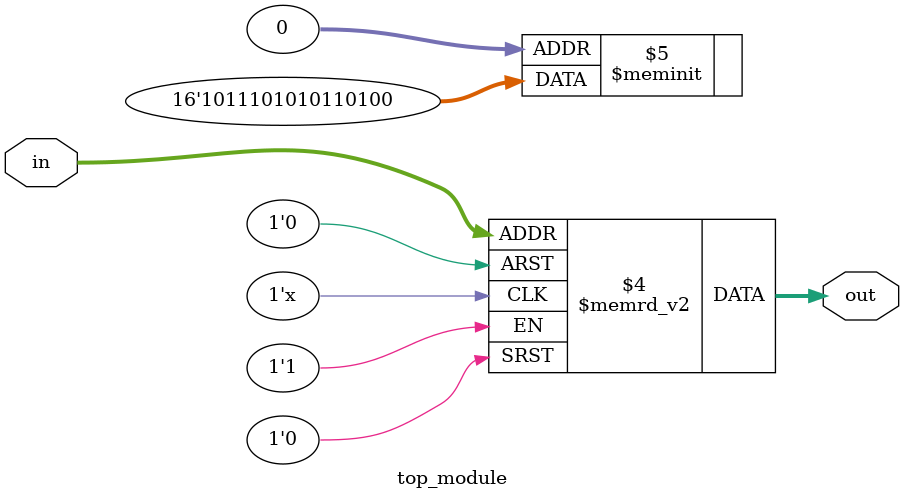
<source format=sv>
module top_module (
    input [2:0] in,
    output reg [1:0] out
);

    // Logic for addition
    always @*
    begin
        case (in)
            3'b000: out = 2'b00;
            3'b001: out = 2'b01;
            3'b010: out = 2'b11;
            3'b011: out = 2'b10;
            3'b100: out = 2'b10;
            3'b101: out = 2'b10;
            3'b110: out = 2'b11;
            3'b111: out = 2'b10;
            default: out = 2'b00;
        endcase
    end
  
endmodule

</source>
